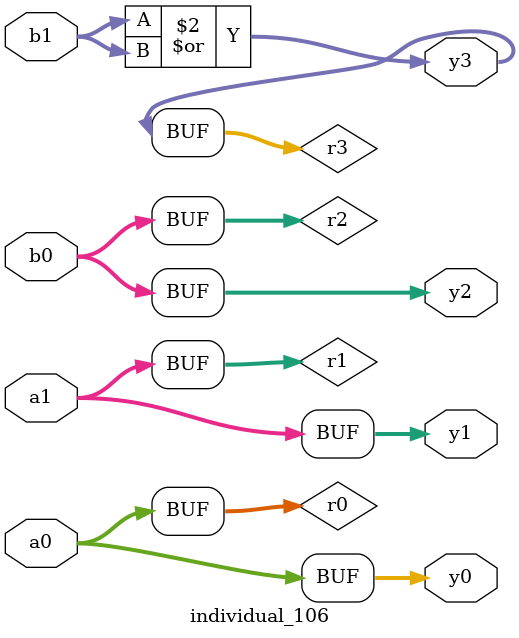
<source format=sv>
module individual_106(input logic [15:0] a1, input logic [15:0] a0, input logic [15:0] b1, input logic [15:0] b0, output logic [15:0] y3, output logic [15:0] y2, output logic [15:0] y1, output logic [15:0] y0);
logic [15:0] r0, r1, r2, r3; 
 always@(*) begin 
	 r0 = a0; r1 = a1; r2 = b0; r3 = b1; 
 	 r3  |=  r3 ;
 	 y3 = r3; y2 = r2; y1 = r1; y0 = r0; 
end
endmodule
</source>
